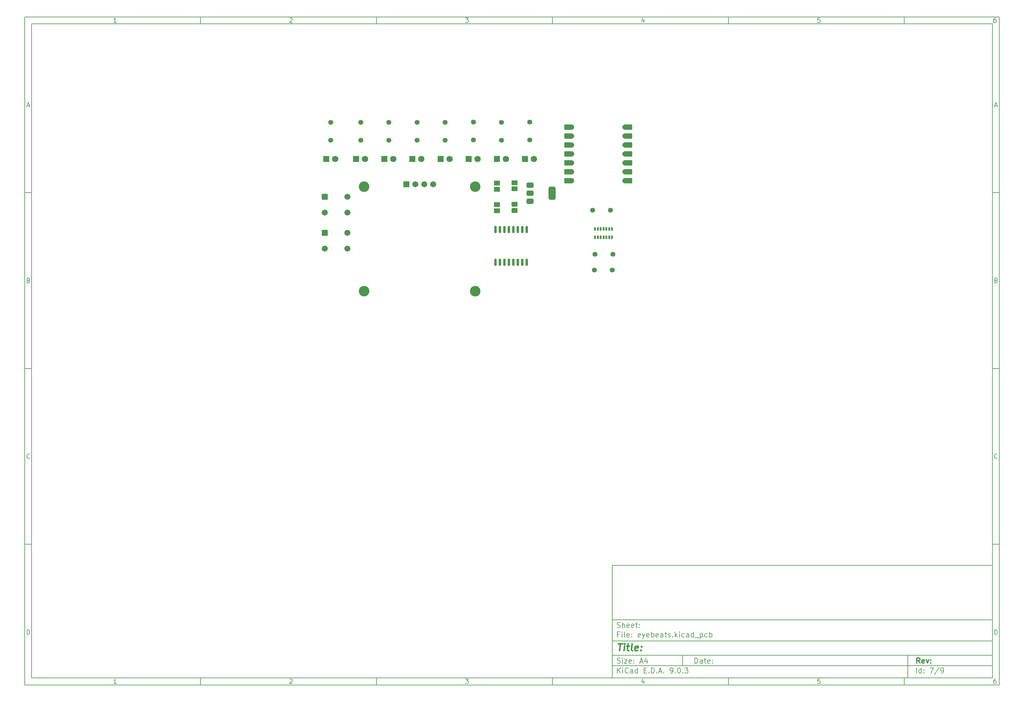
<source format=gts>
%TF.GenerationSoftware,KiCad,Pcbnew,9.0.3*%
%TF.CreationDate,2025-08-03T00:48:55+01:00*%
%TF.ProjectId,eyebeats,65796562-6561-4747-932e-6b696361645f,rev?*%
%TF.SameCoordinates,Original*%
%TF.FileFunction,Soldermask,Top*%
%TF.FilePolarity,Negative*%
%FSLAX46Y46*%
G04 Gerber Fmt 4.6, Leading zero omitted, Abs format (unit mm)*
G04 Created by KiCad (PCBNEW 9.0.3) date 2025-08-03 00:48:55*
%MOMM*%
%LPD*%
G01*
G04 APERTURE LIST*
G04 Aperture macros list*
%AMRoundRect*
0 Rectangle with rounded corners*
0 $1 Rounding radius*
0 $2 $3 $4 $5 $6 $7 $8 $9 X,Y pos of 4 corners*
0 Add a 4 corners polygon primitive as box body*
4,1,4,$2,$3,$4,$5,$6,$7,$8,$9,$2,$3,0*
0 Add four circle primitives for the rounded corners*
1,1,$1+$1,$2,$3*
1,1,$1+$1,$4,$5*
1,1,$1+$1,$6,$7*
1,1,$1+$1,$8,$9*
0 Add four rect primitives between the rounded corners*
20,1,$1+$1,$2,$3,$4,$5,0*
20,1,$1+$1,$4,$5,$6,$7,0*
20,1,$1+$1,$6,$7,$8,$9,0*
20,1,$1+$1,$8,$9,$2,$3,0*%
G04 Aperture macros list end*
%ADD10C,0.100000*%
%ADD11C,0.150000*%
%ADD12C,0.300000*%
%ADD13C,0.400000*%
%ADD14R,1.800000X1.800000*%
%ADD15C,1.800000*%
%ADD16C,1.400000*%
%ADD17RoundRect,0.152400X1.063600X0.609600X-1.063600X0.609600X-1.063600X-0.609600X1.063600X-0.609600X0*%
%ADD18C,1.524000*%
%ADD19RoundRect,0.152400X-1.063600X-0.609600X1.063600X-0.609600X1.063600X0.609600X-1.063600X0.609600X0*%
%ADD20C,3.000000*%
%ADD21RoundRect,0.102000X-0.754000X-0.754000X0.754000X-0.754000X0.754000X0.754000X-0.754000X0.754000X0*%
%ADD22C,1.712000*%
%ADD23RoundRect,0.102000X0.735000X-0.580000X0.735000X0.580000X-0.735000X0.580000X-0.735000X-0.580000X0*%
%ADD24RoundRect,0.102000X-0.749000X-0.749000X0.749000X-0.749000X0.749000X0.749000X-0.749000X0.749000X0*%
%ADD25C,1.702000*%
%ADD26RoundRect,0.102000X0.175000X-0.375000X0.175000X0.375000X-0.175000X0.375000X-0.175000X-0.375000X0*%
%ADD27RoundRect,0.150000X0.150000X-0.875000X0.150000X0.875000X-0.150000X0.875000X-0.150000X-0.875000X0*%
%ADD28RoundRect,0.375000X-0.625000X-0.375000X0.625000X-0.375000X0.625000X0.375000X-0.625000X0.375000X0*%
%ADD29RoundRect,0.500000X-0.500000X-1.400000X0.500000X-1.400000X0.500000X1.400000X-0.500000X1.400000X0*%
G04 APERTURE END LIST*
D10*
D11*
X177002200Y-166007200D02*
X285002200Y-166007200D01*
X285002200Y-198007200D01*
X177002200Y-198007200D01*
X177002200Y-166007200D01*
D10*
D11*
X10000000Y-10000000D02*
X287002200Y-10000000D01*
X287002200Y-200007200D01*
X10000000Y-200007200D01*
X10000000Y-10000000D01*
D10*
D11*
X12000000Y-12000000D02*
X285002200Y-12000000D01*
X285002200Y-198007200D01*
X12000000Y-198007200D01*
X12000000Y-12000000D01*
D10*
D11*
X60000000Y-12000000D02*
X60000000Y-10000000D01*
D10*
D11*
X110000000Y-12000000D02*
X110000000Y-10000000D01*
D10*
D11*
X160000000Y-12000000D02*
X160000000Y-10000000D01*
D10*
D11*
X210000000Y-12000000D02*
X210000000Y-10000000D01*
D10*
D11*
X260000000Y-12000000D02*
X260000000Y-10000000D01*
D10*
D11*
X36089160Y-11593604D02*
X35346303Y-11593604D01*
X35717731Y-11593604D02*
X35717731Y-10293604D01*
X35717731Y-10293604D02*
X35593922Y-10479319D01*
X35593922Y-10479319D02*
X35470112Y-10603128D01*
X35470112Y-10603128D02*
X35346303Y-10665033D01*
D10*
D11*
X85346303Y-10417414D02*
X85408207Y-10355509D01*
X85408207Y-10355509D02*
X85532017Y-10293604D01*
X85532017Y-10293604D02*
X85841541Y-10293604D01*
X85841541Y-10293604D02*
X85965350Y-10355509D01*
X85965350Y-10355509D02*
X86027255Y-10417414D01*
X86027255Y-10417414D02*
X86089160Y-10541223D01*
X86089160Y-10541223D02*
X86089160Y-10665033D01*
X86089160Y-10665033D02*
X86027255Y-10850747D01*
X86027255Y-10850747D02*
X85284398Y-11593604D01*
X85284398Y-11593604D02*
X86089160Y-11593604D01*
D10*
D11*
X135284398Y-10293604D02*
X136089160Y-10293604D01*
X136089160Y-10293604D02*
X135655826Y-10788842D01*
X135655826Y-10788842D02*
X135841541Y-10788842D01*
X135841541Y-10788842D02*
X135965350Y-10850747D01*
X135965350Y-10850747D02*
X136027255Y-10912652D01*
X136027255Y-10912652D02*
X136089160Y-11036461D01*
X136089160Y-11036461D02*
X136089160Y-11345985D01*
X136089160Y-11345985D02*
X136027255Y-11469795D01*
X136027255Y-11469795D02*
X135965350Y-11531700D01*
X135965350Y-11531700D02*
X135841541Y-11593604D01*
X135841541Y-11593604D02*
X135470112Y-11593604D01*
X135470112Y-11593604D02*
X135346303Y-11531700D01*
X135346303Y-11531700D02*
X135284398Y-11469795D01*
D10*
D11*
X185965350Y-10726938D02*
X185965350Y-11593604D01*
X185655826Y-10231700D02*
X185346303Y-11160271D01*
X185346303Y-11160271D02*
X186151064Y-11160271D01*
D10*
D11*
X236027255Y-10293604D02*
X235408207Y-10293604D01*
X235408207Y-10293604D02*
X235346303Y-10912652D01*
X235346303Y-10912652D02*
X235408207Y-10850747D01*
X235408207Y-10850747D02*
X235532017Y-10788842D01*
X235532017Y-10788842D02*
X235841541Y-10788842D01*
X235841541Y-10788842D02*
X235965350Y-10850747D01*
X235965350Y-10850747D02*
X236027255Y-10912652D01*
X236027255Y-10912652D02*
X236089160Y-11036461D01*
X236089160Y-11036461D02*
X236089160Y-11345985D01*
X236089160Y-11345985D02*
X236027255Y-11469795D01*
X236027255Y-11469795D02*
X235965350Y-11531700D01*
X235965350Y-11531700D02*
X235841541Y-11593604D01*
X235841541Y-11593604D02*
X235532017Y-11593604D01*
X235532017Y-11593604D02*
X235408207Y-11531700D01*
X235408207Y-11531700D02*
X235346303Y-11469795D01*
D10*
D11*
X285965350Y-10293604D02*
X285717731Y-10293604D01*
X285717731Y-10293604D02*
X285593922Y-10355509D01*
X285593922Y-10355509D02*
X285532017Y-10417414D01*
X285532017Y-10417414D02*
X285408207Y-10603128D01*
X285408207Y-10603128D02*
X285346303Y-10850747D01*
X285346303Y-10850747D02*
X285346303Y-11345985D01*
X285346303Y-11345985D02*
X285408207Y-11469795D01*
X285408207Y-11469795D02*
X285470112Y-11531700D01*
X285470112Y-11531700D02*
X285593922Y-11593604D01*
X285593922Y-11593604D02*
X285841541Y-11593604D01*
X285841541Y-11593604D02*
X285965350Y-11531700D01*
X285965350Y-11531700D02*
X286027255Y-11469795D01*
X286027255Y-11469795D02*
X286089160Y-11345985D01*
X286089160Y-11345985D02*
X286089160Y-11036461D01*
X286089160Y-11036461D02*
X286027255Y-10912652D01*
X286027255Y-10912652D02*
X285965350Y-10850747D01*
X285965350Y-10850747D02*
X285841541Y-10788842D01*
X285841541Y-10788842D02*
X285593922Y-10788842D01*
X285593922Y-10788842D02*
X285470112Y-10850747D01*
X285470112Y-10850747D02*
X285408207Y-10912652D01*
X285408207Y-10912652D02*
X285346303Y-11036461D01*
D10*
D11*
X60000000Y-198007200D02*
X60000000Y-200007200D01*
D10*
D11*
X110000000Y-198007200D02*
X110000000Y-200007200D01*
D10*
D11*
X160000000Y-198007200D02*
X160000000Y-200007200D01*
D10*
D11*
X210000000Y-198007200D02*
X210000000Y-200007200D01*
D10*
D11*
X260000000Y-198007200D02*
X260000000Y-200007200D01*
D10*
D11*
X36089160Y-199600804D02*
X35346303Y-199600804D01*
X35717731Y-199600804D02*
X35717731Y-198300804D01*
X35717731Y-198300804D02*
X35593922Y-198486519D01*
X35593922Y-198486519D02*
X35470112Y-198610328D01*
X35470112Y-198610328D02*
X35346303Y-198672233D01*
D10*
D11*
X85346303Y-198424614D02*
X85408207Y-198362709D01*
X85408207Y-198362709D02*
X85532017Y-198300804D01*
X85532017Y-198300804D02*
X85841541Y-198300804D01*
X85841541Y-198300804D02*
X85965350Y-198362709D01*
X85965350Y-198362709D02*
X86027255Y-198424614D01*
X86027255Y-198424614D02*
X86089160Y-198548423D01*
X86089160Y-198548423D02*
X86089160Y-198672233D01*
X86089160Y-198672233D02*
X86027255Y-198857947D01*
X86027255Y-198857947D02*
X85284398Y-199600804D01*
X85284398Y-199600804D02*
X86089160Y-199600804D01*
D10*
D11*
X135284398Y-198300804D02*
X136089160Y-198300804D01*
X136089160Y-198300804D02*
X135655826Y-198796042D01*
X135655826Y-198796042D02*
X135841541Y-198796042D01*
X135841541Y-198796042D02*
X135965350Y-198857947D01*
X135965350Y-198857947D02*
X136027255Y-198919852D01*
X136027255Y-198919852D02*
X136089160Y-199043661D01*
X136089160Y-199043661D02*
X136089160Y-199353185D01*
X136089160Y-199353185D02*
X136027255Y-199476995D01*
X136027255Y-199476995D02*
X135965350Y-199538900D01*
X135965350Y-199538900D02*
X135841541Y-199600804D01*
X135841541Y-199600804D02*
X135470112Y-199600804D01*
X135470112Y-199600804D02*
X135346303Y-199538900D01*
X135346303Y-199538900D02*
X135284398Y-199476995D01*
D10*
D11*
X185965350Y-198734138D02*
X185965350Y-199600804D01*
X185655826Y-198238900D02*
X185346303Y-199167471D01*
X185346303Y-199167471D02*
X186151064Y-199167471D01*
D10*
D11*
X236027255Y-198300804D02*
X235408207Y-198300804D01*
X235408207Y-198300804D02*
X235346303Y-198919852D01*
X235346303Y-198919852D02*
X235408207Y-198857947D01*
X235408207Y-198857947D02*
X235532017Y-198796042D01*
X235532017Y-198796042D02*
X235841541Y-198796042D01*
X235841541Y-198796042D02*
X235965350Y-198857947D01*
X235965350Y-198857947D02*
X236027255Y-198919852D01*
X236027255Y-198919852D02*
X236089160Y-199043661D01*
X236089160Y-199043661D02*
X236089160Y-199353185D01*
X236089160Y-199353185D02*
X236027255Y-199476995D01*
X236027255Y-199476995D02*
X235965350Y-199538900D01*
X235965350Y-199538900D02*
X235841541Y-199600804D01*
X235841541Y-199600804D02*
X235532017Y-199600804D01*
X235532017Y-199600804D02*
X235408207Y-199538900D01*
X235408207Y-199538900D02*
X235346303Y-199476995D01*
D10*
D11*
X285965350Y-198300804D02*
X285717731Y-198300804D01*
X285717731Y-198300804D02*
X285593922Y-198362709D01*
X285593922Y-198362709D02*
X285532017Y-198424614D01*
X285532017Y-198424614D02*
X285408207Y-198610328D01*
X285408207Y-198610328D02*
X285346303Y-198857947D01*
X285346303Y-198857947D02*
X285346303Y-199353185D01*
X285346303Y-199353185D02*
X285408207Y-199476995D01*
X285408207Y-199476995D02*
X285470112Y-199538900D01*
X285470112Y-199538900D02*
X285593922Y-199600804D01*
X285593922Y-199600804D02*
X285841541Y-199600804D01*
X285841541Y-199600804D02*
X285965350Y-199538900D01*
X285965350Y-199538900D02*
X286027255Y-199476995D01*
X286027255Y-199476995D02*
X286089160Y-199353185D01*
X286089160Y-199353185D02*
X286089160Y-199043661D01*
X286089160Y-199043661D02*
X286027255Y-198919852D01*
X286027255Y-198919852D02*
X285965350Y-198857947D01*
X285965350Y-198857947D02*
X285841541Y-198796042D01*
X285841541Y-198796042D02*
X285593922Y-198796042D01*
X285593922Y-198796042D02*
X285470112Y-198857947D01*
X285470112Y-198857947D02*
X285408207Y-198919852D01*
X285408207Y-198919852D02*
X285346303Y-199043661D01*
D10*
D11*
X10000000Y-60000000D02*
X12000000Y-60000000D01*
D10*
D11*
X10000000Y-110000000D02*
X12000000Y-110000000D01*
D10*
D11*
X10000000Y-160000000D02*
X12000000Y-160000000D01*
D10*
D11*
X10690476Y-35222176D02*
X11309523Y-35222176D01*
X10566666Y-35593604D02*
X10999999Y-34293604D01*
X10999999Y-34293604D02*
X11433333Y-35593604D01*
D10*
D11*
X11092857Y-84912652D02*
X11278571Y-84974557D01*
X11278571Y-84974557D02*
X11340476Y-85036461D01*
X11340476Y-85036461D02*
X11402380Y-85160271D01*
X11402380Y-85160271D02*
X11402380Y-85345985D01*
X11402380Y-85345985D02*
X11340476Y-85469795D01*
X11340476Y-85469795D02*
X11278571Y-85531700D01*
X11278571Y-85531700D02*
X11154761Y-85593604D01*
X11154761Y-85593604D02*
X10659523Y-85593604D01*
X10659523Y-85593604D02*
X10659523Y-84293604D01*
X10659523Y-84293604D02*
X11092857Y-84293604D01*
X11092857Y-84293604D02*
X11216666Y-84355509D01*
X11216666Y-84355509D02*
X11278571Y-84417414D01*
X11278571Y-84417414D02*
X11340476Y-84541223D01*
X11340476Y-84541223D02*
X11340476Y-84665033D01*
X11340476Y-84665033D02*
X11278571Y-84788842D01*
X11278571Y-84788842D02*
X11216666Y-84850747D01*
X11216666Y-84850747D02*
X11092857Y-84912652D01*
X11092857Y-84912652D02*
X10659523Y-84912652D01*
D10*
D11*
X11402380Y-135469795D02*
X11340476Y-135531700D01*
X11340476Y-135531700D02*
X11154761Y-135593604D01*
X11154761Y-135593604D02*
X11030952Y-135593604D01*
X11030952Y-135593604D02*
X10845238Y-135531700D01*
X10845238Y-135531700D02*
X10721428Y-135407890D01*
X10721428Y-135407890D02*
X10659523Y-135284080D01*
X10659523Y-135284080D02*
X10597619Y-135036461D01*
X10597619Y-135036461D02*
X10597619Y-134850747D01*
X10597619Y-134850747D02*
X10659523Y-134603128D01*
X10659523Y-134603128D02*
X10721428Y-134479319D01*
X10721428Y-134479319D02*
X10845238Y-134355509D01*
X10845238Y-134355509D02*
X11030952Y-134293604D01*
X11030952Y-134293604D02*
X11154761Y-134293604D01*
X11154761Y-134293604D02*
X11340476Y-134355509D01*
X11340476Y-134355509D02*
X11402380Y-134417414D01*
D10*
D11*
X10659523Y-185593604D02*
X10659523Y-184293604D01*
X10659523Y-184293604D02*
X10969047Y-184293604D01*
X10969047Y-184293604D02*
X11154761Y-184355509D01*
X11154761Y-184355509D02*
X11278571Y-184479319D01*
X11278571Y-184479319D02*
X11340476Y-184603128D01*
X11340476Y-184603128D02*
X11402380Y-184850747D01*
X11402380Y-184850747D02*
X11402380Y-185036461D01*
X11402380Y-185036461D02*
X11340476Y-185284080D01*
X11340476Y-185284080D02*
X11278571Y-185407890D01*
X11278571Y-185407890D02*
X11154761Y-185531700D01*
X11154761Y-185531700D02*
X10969047Y-185593604D01*
X10969047Y-185593604D02*
X10659523Y-185593604D01*
D10*
D11*
X287002200Y-60000000D02*
X285002200Y-60000000D01*
D10*
D11*
X287002200Y-110000000D02*
X285002200Y-110000000D01*
D10*
D11*
X287002200Y-160000000D02*
X285002200Y-160000000D01*
D10*
D11*
X285692676Y-35222176D02*
X286311723Y-35222176D01*
X285568866Y-35593604D02*
X286002199Y-34293604D01*
X286002199Y-34293604D02*
X286435533Y-35593604D01*
D10*
D11*
X286095057Y-84912652D02*
X286280771Y-84974557D01*
X286280771Y-84974557D02*
X286342676Y-85036461D01*
X286342676Y-85036461D02*
X286404580Y-85160271D01*
X286404580Y-85160271D02*
X286404580Y-85345985D01*
X286404580Y-85345985D02*
X286342676Y-85469795D01*
X286342676Y-85469795D02*
X286280771Y-85531700D01*
X286280771Y-85531700D02*
X286156961Y-85593604D01*
X286156961Y-85593604D02*
X285661723Y-85593604D01*
X285661723Y-85593604D02*
X285661723Y-84293604D01*
X285661723Y-84293604D02*
X286095057Y-84293604D01*
X286095057Y-84293604D02*
X286218866Y-84355509D01*
X286218866Y-84355509D02*
X286280771Y-84417414D01*
X286280771Y-84417414D02*
X286342676Y-84541223D01*
X286342676Y-84541223D02*
X286342676Y-84665033D01*
X286342676Y-84665033D02*
X286280771Y-84788842D01*
X286280771Y-84788842D02*
X286218866Y-84850747D01*
X286218866Y-84850747D02*
X286095057Y-84912652D01*
X286095057Y-84912652D02*
X285661723Y-84912652D01*
D10*
D11*
X286404580Y-135469795D02*
X286342676Y-135531700D01*
X286342676Y-135531700D02*
X286156961Y-135593604D01*
X286156961Y-135593604D02*
X286033152Y-135593604D01*
X286033152Y-135593604D02*
X285847438Y-135531700D01*
X285847438Y-135531700D02*
X285723628Y-135407890D01*
X285723628Y-135407890D02*
X285661723Y-135284080D01*
X285661723Y-135284080D02*
X285599819Y-135036461D01*
X285599819Y-135036461D02*
X285599819Y-134850747D01*
X285599819Y-134850747D02*
X285661723Y-134603128D01*
X285661723Y-134603128D02*
X285723628Y-134479319D01*
X285723628Y-134479319D02*
X285847438Y-134355509D01*
X285847438Y-134355509D02*
X286033152Y-134293604D01*
X286033152Y-134293604D02*
X286156961Y-134293604D01*
X286156961Y-134293604D02*
X286342676Y-134355509D01*
X286342676Y-134355509D02*
X286404580Y-134417414D01*
D10*
D11*
X285661723Y-185593604D02*
X285661723Y-184293604D01*
X285661723Y-184293604D02*
X285971247Y-184293604D01*
X285971247Y-184293604D02*
X286156961Y-184355509D01*
X286156961Y-184355509D02*
X286280771Y-184479319D01*
X286280771Y-184479319D02*
X286342676Y-184603128D01*
X286342676Y-184603128D02*
X286404580Y-184850747D01*
X286404580Y-184850747D02*
X286404580Y-185036461D01*
X286404580Y-185036461D02*
X286342676Y-185284080D01*
X286342676Y-185284080D02*
X286280771Y-185407890D01*
X286280771Y-185407890D02*
X286156961Y-185531700D01*
X286156961Y-185531700D02*
X285971247Y-185593604D01*
X285971247Y-185593604D02*
X285661723Y-185593604D01*
D10*
D11*
X200458026Y-193793328D02*
X200458026Y-192293328D01*
X200458026Y-192293328D02*
X200815169Y-192293328D01*
X200815169Y-192293328D02*
X201029455Y-192364757D01*
X201029455Y-192364757D02*
X201172312Y-192507614D01*
X201172312Y-192507614D02*
X201243741Y-192650471D01*
X201243741Y-192650471D02*
X201315169Y-192936185D01*
X201315169Y-192936185D02*
X201315169Y-193150471D01*
X201315169Y-193150471D02*
X201243741Y-193436185D01*
X201243741Y-193436185D02*
X201172312Y-193579042D01*
X201172312Y-193579042D02*
X201029455Y-193721900D01*
X201029455Y-193721900D02*
X200815169Y-193793328D01*
X200815169Y-193793328D02*
X200458026Y-193793328D01*
X202600884Y-193793328D02*
X202600884Y-193007614D01*
X202600884Y-193007614D02*
X202529455Y-192864757D01*
X202529455Y-192864757D02*
X202386598Y-192793328D01*
X202386598Y-192793328D02*
X202100884Y-192793328D01*
X202100884Y-192793328D02*
X201958026Y-192864757D01*
X202600884Y-193721900D02*
X202458026Y-193793328D01*
X202458026Y-193793328D02*
X202100884Y-193793328D01*
X202100884Y-193793328D02*
X201958026Y-193721900D01*
X201958026Y-193721900D02*
X201886598Y-193579042D01*
X201886598Y-193579042D02*
X201886598Y-193436185D01*
X201886598Y-193436185D02*
X201958026Y-193293328D01*
X201958026Y-193293328D02*
X202100884Y-193221900D01*
X202100884Y-193221900D02*
X202458026Y-193221900D01*
X202458026Y-193221900D02*
X202600884Y-193150471D01*
X203100884Y-192793328D02*
X203672312Y-192793328D01*
X203315169Y-192293328D02*
X203315169Y-193579042D01*
X203315169Y-193579042D02*
X203386598Y-193721900D01*
X203386598Y-193721900D02*
X203529455Y-193793328D01*
X203529455Y-193793328D02*
X203672312Y-193793328D01*
X204743741Y-193721900D02*
X204600884Y-193793328D01*
X204600884Y-193793328D02*
X204315170Y-193793328D01*
X204315170Y-193793328D02*
X204172312Y-193721900D01*
X204172312Y-193721900D02*
X204100884Y-193579042D01*
X204100884Y-193579042D02*
X204100884Y-193007614D01*
X204100884Y-193007614D02*
X204172312Y-192864757D01*
X204172312Y-192864757D02*
X204315170Y-192793328D01*
X204315170Y-192793328D02*
X204600884Y-192793328D01*
X204600884Y-192793328D02*
X204743741Y-192864757D01*
X204743741Y-192864757D02*
X204815170Y-193007614D01*
X204815170Y-193007614D02*
X204815170Y-193150471D01*
X204815170Y-193150471D02*
X204100884Y-193293328D01*
X205458026Y-193650471D02*
X205529455Y-193721900D01*
X205529455Y-193721900D02*
X205458026Y-193793328D01*
X205458026Y-193793328D02*
X205386598Y-193721900D01*
X205386598Y-193721900D02*
X205458026Y-193650471D01*
X205458026Y-193650471D02*
X205458026Y-193793328D01*
X205458026Y-192864757D02*
X205529455Y-192936185D01*
X205529455Y-192936185D02*
X205458026Y-193007614D01*
X205458026Y-193007614D02*
X205386598Y-192936185D01*
X205386598Y-192936185D02*
X205458026Y-192864757D01*
X205458026Y-192864757D02*
X205458026Y-193007614D01*
D10*
D11*
X177002200Y-194507200D02*
X285002200Y-194507200D01*
D10*
D11*
X178458026Y-196593328D02*
X178458026Y-195093328D01*
X179315169Y-196593328D02*
X178672312Y-195736185D01*
X179315169Y-195093328D02*
X178458026Y-195950471D01*
X179958026Y-196593328D02*
X179958026Y-195593328D01*
X179958026Y-195093328D02*
X179886598Y-195164757D01*
X179886598Y-195164757D02*
X179958026Y-195236185D01*
X179958026Y-195236185D02*
X180029455Y-195164757D01*
X180029455Y-195164757D02*
X179958026Y-195093328D01*
X179958026Y-195093328D02*
X179958026Y-195236185D01*
X181529455Y-196450471D02*
X181458027Y-196521900D01*
X181458027Y-196521900D02*
X181243741Y-196593328D01*
X181243741Y-196593328D02*
X181100884Y-196593328D01*
X181100884Y-196593328D02*
X180886598Y-196521900D01*
X180886598Y-196521900D02*
X180743741Y-196379042D01*
X180743741Y-196379042D02*
X180672312Y-196236185D01*
X180672312Y-196236185D02*
X180600884Y-195950471D01*
X180600884Y-195950471D02*
X180600884Y-195736185D01*
X180600884Y-195736185D02*
X180672312Y-195450471D01*
X180672312Y-195450471D02*
X180743741Y-195307614D01*
X180743741Y-195307614D02*
X180886598Y-195164757D01*
X180886598Y-195164757D02*
X181100884Y-195093328D01*
X181100884Y-195093328D02*
X181243741Y-195093328D01*
X181243741Y-195093328D02*
X181458027Y-195164757D01*
X181458027Y-195164757D02*
X181529455Y-195236185D01*
X182815170Y-196593328D02*
X182815170Y-195807614D01*
X182815170Y-195807614D02*
X182743741Y-195664757D01*
X182743741Y-195664757D02*
X182600884Y-195593328D01*
X182600884Y-195593328D02*
X182315170Y-195593328D01*
X182315170Y-195593328D02*
X182172312Y-195664757D01*
X182815170Y-196521900D02*
X182672312Y-196593328D01*
X182672312Y-196593328D02*
X182315170Y-196593328D01*
X182315170Y-196593328D02*
X182172312Y-196521900D01*
X182172312Y-196521900D02*
X182100884Y-196379042D01*
X182100884Y-196379042D02*
X182100884Y-196236185D01*
X182100884Y-196236185D02*
X182172312Y-196093328D01*
X182172312Y-196093328D02*
X182315170Y-196021900D01*
X182315170Y-196021900D02*
X182672312Y-196021900D01*
X182672312Y-196021900D02*
X182815170Y-195950471D01*
X184172313Y-196593328D02*
X184172313Y-195093328D01*
X184172313Y-196521900D02*
X184029455Y-196593328D01*
X184029455Y-196593328D02*
X183743741Y-196593328D01*
X183743741Y-196593328D02*
X183600884Y-196521900D01*
X183600884Y-196521900D02*
X183529455Y-196450471D01*
X183529455Y-196450471D02*
X183458027Y-196307614D01*
X183458027Y-196307614D02*
X183458027Y-195879042D01*
X183458027Y-195879042D02*
X183529455Y-195736185D01*
X183529455Y-195736185D02*
X183600884Y-195664757D01*
X183600884Y-195664757D02*
X183743741Y-195593328D01*
X183743741Y-195593328D02*
X184029455Y-195593328D01*
X184029455Y-195593328D02*
X184172313Y-195664757D01*
X186029455Y-195807614D02*
X186529455Y-195807614D01*
X186743741Y-196593328D02*
X186029455Y-196593328D01*
X186029455Y-196593328D02*
X186029455Y-195093328D01*
X186029455Y-195093328D02*
X186743741Y-195093328D01*
X187386598Y-196450471D02*
X187458027Y-196521900D01*
X187458027Y-196521900D02*
X187386598Y-196593328D01*
X187386598Y-196593328D02*
X187315170Y-196521900D01*
X187315170Y-196521900D02*
X187386598Y-196450471D01*
X187386598Y-196450471D02*
X187386598Y-196593328D01*
X188100884Y-196593328D02*
X188100884Y-195093328D01*
X188100884Y-195093328D02*
X188458027Y-195093328D01*
X188458027Y-195093328D02*
X188672313Y-195164757D01*
X188672313Y-195164757D02*
X188815170Y-195307614D01*
X188815170Y-195307614D02*
X188886599Y-195450471D01*
X188886599Y-195450471D02*
X188958027Y-195736185D01*
X188958027Y-195736185D02*
X188958027Y-195950471D01*
X188958027Y-195950471D02*
X188886599Y-196236185D01*
X188886599Y-196236185D02*
X188815170Y-196379042D01*
X188815170Y-196379042D02*
X188672313Y-196521900D01*
X188672313Y-196521900D02*
X188458027Y-196593328D01*
X188458027Y-196593328D02*
X188100884Y-196593328D01*
X189600884Y-196450471D02*
X189672313Y-196521900D01*
X189672313Y-196521900D02*
X189600884Y-196593328D01*
X189600884Y-196593328D02*
X189529456Y-196521900D01*
X189529456Y-196521900D02*
X189600884Y-196450471D01*
X189600884Y-196450471D02*
X189600884Y-196593328D01*
X190243742Y-196164757D02*
X190958028Y-196164757D01*
X190100885Y-196593328D02*
X190600885Y-195093328D01*
X190600885Y-195093328D02*
X191100885Y-196593328D01*
X191600884Y-196450471D02*
X191672313Y-196521900D01*
X191672313Y-196521900D02*
X191600884Y-196593328D01*
X191600884Y-196593328D02*
X191529456Y-196521900D01*
X191529456Y-196521900D02*
X191600884Y-196450471D01*
X191600884Y-196450471D02*
X191600884Y-196593328D01*
X193529456Y-196593328D02*
X193815170Y-196593328D01*
X193815170Y-196593328D02*
X193958027Y-196521900D01*
X193958027Y-196521900D02*
X194029456Y-196450471D01*
X194029456Y-196450471D02*
X194172313Y-196236185D01*
X194172313Y-196236185D02*
X194243742Y-195950471D01*
X194243742Y-195950471D02*
X194243742Y-195379042D01*
X194243742Y-195379042D02*
X194172313Y-195236185D01*
X194172313Y-195236185D02*
X194100885Y-195164757D01*
X194100885Y-195164757D02*
X193958027Y-195093328D01*
X193958027Y-195093328D02*
X193672313Y-195093328D01*
X193672313Y-195093328D02*
X193529456Y-195164757D01*
X193529456Y-195164757D02*
X193458027Y-195236185D01*
X193458027Y-195236185D02*
X193386599Y-195379042D01*
X193386599Y-195379042D02*
X193386599Y-195736185D01*
X193386599Y-195736185D02*
X193458027Y-195879042D01*
X193458027Y-195879042D02*
X193529456Y-195950471D01*
X193529456Y-195950471D02*
X193672313Y-196021900D01*
X193672313Y-196021900D02*
X193958027Y-196021900D01*
X193958027Y-196021900D02*
X194100885Y-195950471D01*
X194100885Y-195950471D02*
X194172313Y-195879042D01*
X194172313Y-195879042D02*
X194243742Y-195736185D01*
X194886598Y-196450471D02*
X194958027Y-196521900D01*
X194958027Y-196521900D02*
X194886598Y-196593328D01*
X194886598Y-196593328D02*
X194815170Y-196521900D01*
X194815170Y-196521900D02*
X194886598Y-196450471D01*
X194886598Y-196450471D02*
X194886598Y-196593328D01*
X195886599Y-195093328D02*
X196029456Y-195093328D01*
X196029456Y-195093328D02*
X196172313Y-195164757D01*
X196172313Y-195164757D02*
X196243742Y-195236185D01*
X196243742Y-195236185D02*
X196315170Y-195379042D01*
X196315170Y-195379042D02*
X196386599Y-195664757D01*
X196386599Y-195664757D02*
X196386599Y-196021900D01*
X196386599Y-196021900D02*
X196315170Y-196307614D01*
X196315170Y-196307614D02*
X196243742Y-196450471D01*
X196243742Y-196450471D02*
X196172313Y-196521900D01*
X196172313Y-196521900D02*
X196029456Y-196593328D01*
X196029456Y-196593328D02*
X195886599Y-196593328D01*
X195886599Y-196593328D02*
X195743742Y-196521900D01*
X195743742Y-196521900D02*
X195672313Y-196450471D01*
X195672313Y-196450471D02*
X195600884Y-196307614D01*
X195600884Y-196307614D02*
X195529456Y-196021900D01*
X195529456Y-196021900D02*
X195529456Y-195664757D01*
X195529456Y-195664757D02*
X195600884Y-195379042D01*
X195600884Y-195379042D02*
X195672313Y-195236185D01*
X195672313Y-195236185D02*
X195743742Y-195164757D01*
X195743742Y-195164757D02*
X195886599Y-195093328D01*
X197029455Y-196450471D02*
X197100884Y-196521900D01*
X197100884Y-196521900D02*
X197029455Y-196593328D01*
X197029455Y-196593328D02*
X196958027Y-196521900D01*
X196958027Y-196521900D02*
X197029455Y-196450471D01*
X197029455Y-196450471D02*
X197029455Y-196593328D01*
X197600884Y-195093328D02*
X198529456Y-195093328D01*
X198529456Y-195093328D02*
X198029456Y-195664757D01*
X198029456Y-195664757D02*
X198243741Y-195664757D01*
X198243741Y-195664757D02*
X198386599Y-195736185D01*
X198386599Y-195736185D02*
X198458027Y-195807614D01*
X198458027Y-195807614D02*
X198529456Y-195950471D01*
X198529456Y-195950471D02*
X198529456Y-196307614D01*
X198529456Y-196307614D02*
X198458027Y-196450471D01*
X198458027Y-196450471D02*
X198386599Y-196521900D01*
X198386599Y-196521900D02*
X198243741Y-196593328D01*
X198243741Y-196593328D02*
X197815170Y-196593328D01*
X197815170Y-196593328D02*
X197672313Y-196521900D01*
X197672313Y-196521900D02*
X197600884Y-196450471D01*
D10*
D11*
X177002200Y-191507200D02*
X285002200Y-191507200D01*
D10*
D12*
X264413853Y-193785528D02*
X263913853Y-193071242D01*
X263556710Y-193785528D02*
X263556710Y-192285528D01*
X263556710Y-192285528D02*
X264128139Y-192285528D01*
X264128139Y-192285528D02*
X264270996Y-192356957D01*
X264270996Y-192356957D02*
X264342425Y-192428385D01*
X264342425Y-192428385D02*
X264413853Y-192571242D01*
X264413853Y-192571242D02*
X264413853Y-192785528D01*
X264413853Y-192785528D02*
X264342425Y-192928385D01*
X264342425Y-192928385D02*
X264270996Y-192999814D01*
X264270996Y-192999814D02*
X264128139Y-193071242D01*
X264128139Y-193071242D02*
X263556710Y-193071242D01*
X265628139Y-193714100D02*
X265485282Y-193785528D01*
X265485282Y-193785528D02*
X265199568Y-193785528D01*
X265199568Y-193785528D02*
X265056710Y-193714100D01*
X265056710Y-193714100D02*
X264985282Y-193571242D01*
X264985282Y-193571242D02*
X264985282Y-192999814D01*
X264985282Y-192999814D02*
X265056710Y-192856957D01*
X265056710Y-192856957D02*
X265199568Y-192785528D01*
X265199568Y-192785528D02*
X265485282Y-192785528D01*
X265485282Y-192785528D02*
X265628139Y-192856957D01*
X265628139Y-192856957D02*
X265699568Y-192999814D01*
X265699568Y-192999814D02*
X265699568Y-193142671D01*
X265699568Y-193142671D02*
X264985282Y-193285528D01*
X266199567Y-192785528D02*
X266556710Y-193785528D01*
X266556710Y-193785528D02*
X266913853Y-192785528D01*
X267485281Y-193642671D02*
X267556710Y-193714100D01*
X267556710Y-193714100D02*
X267485281Y-193785528D01*
X267485281Y-193785528D02*
X267413853Y-193714100D01*
X267413853Y-193714100D02*
X267485281Y-193642671D01*
X267485281Y-193642671D02*
X267485281Y-193785528D01*
X267485281Y-192856957D02*
X267556710Y-192928385D01*
X267556710Y-192928385D02*
X267485281Y-192999814D01*
X267485281Y-192999814D02*
X267413853Y-192928385D01*
X267413853Y-192928385D02*
X267485281Y-192856957D01*
X267485281Y-192856957D02*
X267485281Y-192999814D01*
D10*
D11*
X178386598Y-193721900D02*
X178600884Y-193793328D01*
X178600884Y-193793328D02*
X178958026Y-193793328D01*
X178958026Y-193793328D02*
X179100884Y-193721900D01*
X179100884Y-193721900D02*
X179172312Y-193650471D01*
X179172312Y-193650471D02*
X179243741Y-193507614D01*
X179243741Y-193507614D02*
X179243741Y-193364757D01*
X179243741Y-193364757D02*
X179172312Y-193221900D01*
X179172312Y-193221900D02*
X179100884Y-193150471D01*
X179100884Y-193150471D02*
X178958026Y-193079042D01*
X178958026Y-193079042D02*
X178672312Y-193007614D01*
X178672312Y-193007614D02*
X178529455Y-192936185D01*
X178529455Y-192936185D02*
X178458026Y-192864757D01*
X178458026Y-192864757D02*
X178386598Y-192721900D01*
X178386598Y-192721900D02*
X178386598Y-192579042D01*
X178386598Y-192579042D02*
X178458026Y-192436185D01*
X178458026Y-192436185D02*
X178529455Y-192364757D01*
X178529455Y-192364757D02*
X178672312Y-192293328D01*
X178672312Y-192293328D02*
X179029455Y-192293328D01*
X179029455Y-192293328D02*
X179243741Y-192364757D01*
X179886597Y-193793328D02*
X179886597Y-192793328D01*
X179886597Y-192293328D02*
X179815169Y-192364757D01*
X179815169Y-192364757D02*
X179886597Y-192436185D01*
X179886597Y-192436185D02*
X179958026Y-192364757D01*
X179958026Y-192364757D02*
X179886597Y-192293328D01*
X179886597Y-192293328D02*
X179886597Y-192436185D01*
X180458026Y-192793328D02*
X181243741Y-192793328D01*
X181243741Y-192793328D02*
X180458026Y-193793328D01*
X180458026Y-193793328D02*
X181243741Y-193793328D01*
X182386598Y-193721900D02*
X182243741Y-193793328D01*
X182243741Y-193793328D02*
X181958027Y-193793328D01*
X181958027Y-193793328D02*
X181815169Y-193721900D01*
X181815169Y-193721900D02*
X181743741Y-193579042D01*
X181743741Y-193579042D02*
X181743741Y-193007614D01*
X181743741Y-193007614D02*
X181815169Y-192864757D01*
X181815169Y-192864757D02*
X181958027Y-192793328D01*
X181958027Y-192793328D02*
X182243741Y-192793328D01*
X182243741Y-192793328D02*
X182386598Y-192864757D01*
X182386598Y-192864757D02*
X182458027Y-193007614D01*
X182458027Y-193007614D02*
X182458027Y-193150471D01*
X182458027Y-193150471D02*
X181743741Y-193293328D01*
X183100883Y-193650471D02*
X183172312Y-193721900D01*
X183172312Y-193721900D02*
X183100883Y-193793328D01*
X183100883Y-193793328D02*
X183029455Y-193721900D01*
X183029455Y-193721900D02*
X183100883Y-193650471D01*
X183100883Y-193650471D02*
X183100883Y-193793328D01*
X183100883Y-192864757D02*
X183172312Y-192936185D01*
X183172312Y-192936185D02*
X183100883Y-193007614D01*
X183100883Y-193007614D02*
X183029455Y-192936185D01*
X183029455Y-192936185D02*
X183100883Y-192864757D01*
X183100883Y-192864757D02*
X183100883Y-193007614D01*
X184886598Y-193364757D02*
X185600884Y-193364757D01*
X184743741Y-193793328D02*
X185243741Y-192293328D01*
X185243741Y-192293328D02*
X185743741Y-193793328D01*
X186886598Y-192793328D02*
X186886598Y-193793328D01*
X186529455Y-192221900D02*
X186172312Y-193293328D01*
X186172312Y-193293328D02*
X187100883Y-193293328D01*
D10*
D11*
X263458026Y-196593328D02*
X263458026Y-195093328D01*
X264815170Y-196593328D02*
X264815170Y-195093328D01*
X264815170Y-196521900D02*
X264672312Y-196593328D01*
X264672312Y-196593328D02*
X264386598Y-196593328D01*
X264386598Y-196593328D02*
X264243741Y-196521900D01*
X264243741Y-196521900D02*
X264172312Y-196450471D01*
X264172312Y-196450471D02*
X264100884Y-196307614D01*
X264100884Y-196307614D02*
X264100884Y-195879042D01*
X264100884Y-195879042D02*
X264172312Y-195736185D01*
X264172312Y-195736185D02*
X264243741Y-195664757D01*
X264243741Y-195664757D02*
X264386598Y-195593328D01*
X264386598Y-195593328D02*
X264672312Y-195593328D01*
X264672312Y-195593328D02*
X264815170Y-195664757D01*
X265529455Y-196450471D02*
X265600884Y-196521900D01*
X265600884Y-196521900D02*
X265529455Y-196593328D01*
X265529455Y-196593328D02*
X265458027Y-196521900D01*
X265458027Y-196521900D02*
X265529455Y-196450471D01*
X265529455Y-196450471D02*
X265529455Y-196593328D01*
X265529455Y-195664757D02*
X265600884Y-195736185D01*
X265600884Y-195736185D02*
X265529455Y-195807614D01*
X265529455Y-195807614D02*
X265458027Y-195736185D01*
X265458027Y-195736185D02*
X265529455Y-195664757D01*
X265529455Y-195664757D02*
X265529455Y-195807614D01*
X267243741Y-195093328D02*
X268243741Y-195093328D01*
X268243741Y-195093328D02*
X267600884Y-196593328D01*
X269886598Y-195021900D02*
X268600884Y-196950471D01*
X270458027Y-196593328D02*
X270743741Y-196593328D01*
X270743741Y-196593328D02*
X270886598Y-196521900D01*
X270886598Y-196521900D02*
X270958027Y-196450471D01*
X270958027Y-196450471D02*
X271100884Y-196236185D01*
X271100884Y-196236185D02*
X271172313Y-195950471D01*
X271172313Y-195950471D02*
X271172313Y-195379042D01*
X271172313Y-195379042D02*
X271100884Y-195236185D01*
X271100884Y-195236185D02*
X271029456Y-195164757D01*
X271029456Y-195164757D02*
X270886598Y-195093328D01*
X270886598Y-195093328D02*
X270600884Y-195093328D01*
X270600884Y-195093328D02*
X270458027Y-195164757D01*
X270458027Y-195164757D02*
X270386598Y-195236185D01*
X270386598Y-195236185D02*
X270315170Y-195379042D01*
X270315170Y-195379042D02*
X270315170Y-195736185D01*
X270315170Y-195736185D02*
X270386598Y-195879042D01*
X270386598Y-195879042D02*
X270458027Y-195950471D01*
X270458027Y-195950471D02*
X270600884Y-196021900D01*
X270600884Y-196021900D02*
X270886598Y-196021900D01*
X270886598Y-196021900D02*
X271029456Y-195950471D01*
X271029456Y-195950471D02*
X271100884Y-195879042D01*
X271100884Y-195879042D02*
X271172313Y-195736185D01*
D10*
D11*
X177002200Y-187507200D02*
X285002200Y-187507200D01*
D10*
D13*
X178693928Y-188211638D02*
X179836785Y-188211638D01*
X179015357Y-190211638D02*
X179265357Y-188211638D01*
X180253452Y-190211638D02*
X180420119Y-188878304D01*
X180503452Y-188211638D02*
X180396309Y-188306876D01*
X180396309Y-188306876D02*
X180479643Y-188402114D01*
X180479643Y-188402114D02*
X180586786Y-188306876D01*
X180586786Y-188306876D02*
X180503452Y-188211638D01*
X180503452Y-188211638D02*
X180479643Y-188402114D01*
X181086786Y-188878304D02*
X181848690Y-188878304D01*
X181455833Y-188211638D02*
X181241548Y-189925923D01*
X181241548Y-189925923D02*
X181312976Y-190116400D01*
X181312976Y-190116400D02*
X181491548Y-190211638D01*
X181491548Y-190211638D02*
X181682024Y-190211638D01*
X182634405Y-190211638D02*
X182455833Y-190116400D01*
X182455833Y-190116400D02*
X182384405Y-189925923D01*
X182384405Y-189925923D02*
X182598690Y-188211638D01*
X184170119Y-190116400D02*
X183967738Y-190211638D01*
X183967738Y-190211638D02*
X183586785Y-190211638D01*
X183586785Y-190211638D02*
X183408214Y-190116400D01*
X183408214Y-190116400D02*
X183336785Y-189925923D01*
X183336785Y-189925923D02*
X183432024Y-189164019D01*
X183432024Y-189164019D02*
X183551071Y-188973542D01*
X183551071Y-188973542D02*
X183753452Y-188878304D01*
X183753452Y-188878304D02*
X184134404Y-188878304D01*
X184134404Y-188878304D02*
X184312976Y-188973542D01*
X184312976Y-188973542D02*
X184384404Y-189164019D01*
X184384404Y-189164019D02*
X184360595Y-189354495D01*
X184360595Y-189354495D02*
X183384404Y-189544971D01*
X185134405Y-190021161D02*
X185217738Y-190116400D01*
X185217738Y-190116400D02*
X185110595Y-190211638D01*
X185110595Y-190211638D02*
X185027262Y-190116400D01*
X185027262Y-190116400D02*
X185134405Y-190021161D01*
X185134405Y-190021161D02*
X185110595Y-190211638D01*
X185265357Y-188973542D02*
X185348690Y-189068780D01*
X185348690Y-189068780D02*
X185241548Y-189164019D01*
X185241548Y-189164019D02*
X185158214Y-189068780D01*
X185158214Y-189068780D02*
X185265357Y-188973542D01*
X185265357Y-188973542D02*
X185241548Y-189164019D01*
D10*
D11*
X178958026Y-185607614D02*
X178458026Y-185607614D01*
X178458026Y-186393328D02*
X178458026Y-184893328D01*
X178458026Y-184893328D02*
X179172312Y-184893328D01*
X179743740Y-186393328D02*
X179743740Y-185393328D01*
X179743740Y-184893328D02*
X179672312Y-184964757D01*
X179672312Y-184964757D02*
X179743740Y-185036185D01*
X179743740Y-185036185D02*
X179815169Y-184964757D01*
X179815169Y-184964757D02*
X179743740Y-184893328D01*
X179743740Y-184893328D02*
X179743740Y-185036185D01*
X180672312Y-186393328D02*
X180529455Y-186321900D01*
X180529455Y-186321900D02*
X180458026Y-186179042D01*
X180458026Y-186179042D02*
X180458026Y-184893328D01*
X181815169Y-186321900D02*
X181672312Y-186393328D01*
X181672312Y-186393328D02*
X181386598Y-186393328D01*
X181386598Y-186393328D02*
X181243740Y-186321900D01*
X181243740Y-186321900D02*
X181172312Y-186179042D01*
X181172312Y-186179042D02*
X181172312Y-185607614D01*
X181172312Y-185607614D02*
X181243740Y-185464757D01*
X181243740Y-185464757D02*
X181386598Y-185393328D01*
X181386598Y-185393328D02*
X181672312Y-185393328D01*
X181672312Y-185393328D02*
X181815169Y-185464757D01*
X181815169Y-185464757D02*
X181886598Y-185607614D01*
X181886598Y-185607614D02*
X181886598Y-185750471D01*
X181886598Y-185750471D02*
X181172312Y-185893328D01*
X182529454Y-186250471D02*
X182600883Y-186321900D01*
X182600883Y-186321900D02*
X182529454Y-186393328D01*
X182529454Y-186393328D02*
X182458026Y-186321900D01*
X182458026Y-186321900D02*
X182529454Y-186250471D01*
X182529454Y-186250471D02*
X182529454Y-186393328D01*
X182529454Y-185464757D02*
X182600883Y-185536185D01*
X182600883Y-185536185D02*
X182529454Y-185607614D01*
X182529454Y-185607614D02*
X182458026Y-185536185D01*
X182458026Y-185536185D02*
X182529454Y-185464757D01*
X182529454Y-185464757D02*
X182529454Y-185607614D01*
X184958026Y-186321900D02*
X184815169Y-186393328D01*
X184815169Y-186393328D02*
X184529455Y-186393328D01*
X184529455Y-186393328D02*
X184386597Y-186321900D01*
X184386597Y-186321900D02*
X184315169Y-186179042D01*
X184315169Y-186179042D02*
X184315169Y-185607614D01*
X184315169Y-185607614D02*
X184386597Y-185464757D01*
X184386597Y-185464757D02*
X184529455Y-185393328D01*
X184529455Y-185393328D02*
X184815169Y-185393328D01*
X184815169Y-185393328D02*
X184958026Y-185464757D01*
X184958026Y-185464757D02*
X185029455Y-185607614D01*
X185029455Y-185607614D02*
X185029455Y-185750471D01*
X185029455Y-185750471D02*
X184315169Y-185893328D01*
X185529454Y-185393328D02*
X185886597Y-186393328D01*
X186243740Y-185393328D02*
X185886597Y-186393328D01*
X185886597Y-186393328D02*
X185743740Y-186750471D01*
X185743740Y-186750471D02*
X185672311Y-186821900D01*
X185672311Y-186821900D02*
X185529454Y-186893328D01*
X187386597Y-186321900D02*
X187243740Y-186393328D01*
X187243740Y-186393328D02*
X186958026Y-186393328D01*
X186958026Y-186393328D02*
X186815168Y-186321900D01*
X186815168Y-186321900D02*
X186743740Y-186179042D01*
X186743740Y-186179042D02*
X186743740Y-185607614D01*
X186743740Y-185607614D02*
X186815168Y-185464757D01*
X186815168Y-185464757D02*
X186958026Y-185393328D01*
X186958026Y-185393328D02*
X187243740Y-185393328D01*
X187243740Y-185393328D02*
X187386597Y-185464757D01*
X187386597Y-185464757D02*
X187458026Y-185607614D01*
X187458026Y-185607614D02*
X187458026Y-185750471D01*
X187458026Y-185750471D02*
X186743740Y-185893328D01*
X188100882Y-186393328D02*
X188100882Y-184893328D01*
X188100882Y-185464757D02*
X188243740Y-185393328D01*
X188243740Y-185393328D02*
X188529454Y-185393328D01*
X188529454Y-185393328D02*
X188672311Y-185464757D01*
X188672311Y-185464757D02*
X188743740Y-185536185D01*
X188743740Y-185536185D02*
X188815168Y-185679042D01*
X188815168Y-185679042D02*
X188815168Y-186107614D01*
X188815168Y-186107614D02*
X188743740Y-186250471D01*
X188743740Y-186250471D02*
X188672311Y-186321900D01*
X188672311Y-186321900D02*
X188529454Y-186393328D01*
X188529454Y-186393328D02*
X188243740Y-186393328D01*
X188243740Y-186393328D02*
X188100882Y-186321900D01*
X190029454Y-186321900D02*
X189886597Y-186393328D01*
X189886597Y-186393328D02*
X189600883Y-186393328D01*
X189600883Y-186393328D02*
X189458025Y-186321900D01*
X189458025Y-186321900D02*
X189386597Y-186179042D01*
X189386597Y-186179042D02*
X189386597Y-185607614D01*
X189386597Y-185607614D02*
X189458025Y-185464757D01*
X189458025Y-185464757D02*
X189600883Y-185393328D01*
X189600883Y-185393328D02*
X189886597Y-185393328D01*
X189886597Y-185393328D02*
X190029454Y-185464757D01*
X190029454Y-185464757D02*
X190100883Y-185607614D01*
X190100883Y-185607614D02*
X190100883Y-185750471D01*
X190100883Y-185750471D02*
X189386597Y-185893328D01*
X191386597Y-186393328D02*
X191386597Y-185607614D01*
X191386597Y-185607614D02*
X191315168Y-185464757D01*
X191315168Y-185464757D02*
X191172311Y-185393328D01*
X191172311Y-185393328D02*
X190886597Y-185393328D01*
X190886597Y-185393328D02*
X190743739Y-185464757D01*
X191386597Y-186321900D02*
X191243739Y-186393328D01*
X191243739Y-186393328D02*
X190886597Y-186393328D01*
X190886597Y-186393328D02*
X190743739Y-186321900D01*
X190743739Y-186321900D02*
X190672311Y-186179042D01*
X190672311Y-186179042D02*
X190672311Y-186036185D01*
X190672311Y-186036185D02*
X190743739Y-185893328D01*
X190743739Y-185893328D02*
X190886597Y-185821900D01*
X190886597Y-185821900D02*
X191243739Y-185821900D01*
X191243739Y-185821900D02*
X191386597Y-185750471D01*
X191886597Y-185393328D02*
X192458025Y-185393328D01*
X192100882Y-184893328D02*
X192100882Y-186179042D01*
X192100882Y-186179042D02*
X192172311Y-186321900D01*
X192172311Y-186321900D02*
X192315168Y-186393328D01*
X192315168Y-186393328D02*
X192458025Y-186393328D01*
X192886597Y-186321900D02*
X193029454Y-186393328D01*
X193029454Y-186393328D02*
X193315168Y-186393328D01*
X193315168Y-186393328D02*
X193458025Y-186321900D01*
X193458025Y-186321900D02*
X193529454Y-186179042D01*
X193529454Y-186179042D02*
X193529454Y-186107614D01*
X193529454Y-186107614D02*
X193458025Y-185964757D01*
X193458025Y-185964757D02*
X193315168Y-185893328D01*
X193315168Y-185893328D02*
X193100883Y-185893328D01*
X193100883Y-185893328D02*
X192958025Y-185821900D01*
X192958025Y-185821900D02*
X192886597Y-185679042D01*
X192886597Y-185679042D02*
X192886597Y-185607614D01*
X192886597Y-185607614D02*
X192958025Y-185464757D01*
X192958025Y-185464757D02*
X193100883Y-185393328D01*
X193100883Y-185393328D02*
X193315168Y-185393328D01*
X193315168Y-185393328D02*
X193458025Y-185464757D01*
X194172311Y-186250471D02*
X194243740Y-186321900D01*
X194243740Y-186321900D02*
X194172311Y-186393328D01*
X194172311Y-186393328D02*
X194100883Y-186321900D01*
X194100883Y-186321900D02*
X194172311Y-186250471D01*
X194172311Y-186250471D02*
X194172311Y-186393328D01*
X194886597Y-186393328D02*
X194886597Y-184893328D01*
X195029455Y-185821900D02*
X195458026Y-186393328D01*
X195458026Y-185393328D02*
X194886597Y-185964757D01*
X196100883Y-186393328D02*
X196100883Y-185393328D01*
X196100883Y-184893328D02*
X196029455Y-184964757D01*
X196029455Y-184964757D02*
X196100883Y-185036185D01*
X196100883Y-185036185D02*
X196172312Y-184964757D01*
X196172312Y-184964757D02*
X196100883Y-184893328D01*
X196100883Y-184893328D02*
X196100883Y-185036185D01*
X197458027Y-186321900D02*
X197315169Y-186393328D01*
X197315169Y-186393328D02*
X197029455Y-186393328D01*
X197029455Y-186393328D02*
X196886598Y-186321900D01*
X196886598Y-186321900D02*
X196815169Y-186250471D01*
X196815169Y-186250471D02*
X196743741Y-186107614D01*
X196743741Y-186107614D02*
X196743741Y-185679042D01*
X196743741Y-185679042D02*
X196815169Y-185536185D01*
X196815169Y-185536185D02*
X196886598Y-185464757D01*
X196886598Y-185464757D02*
X197029455Y-185393328D01*
X197029455Y-185393328D02*
X197315169Y-185393328D01*
X197315169Y-185393328D02*
X197458027Y-185464757D01*
X198743741Y-186393328D02*
X198743741Y-185607614D01*
X198743741Y-185607614D02*
X198672312Y-185464757D01*
X198672312Y-185464757D02*
X198529455Y-185393328D01*
X198529455Y-185393328D02*
X198243741Y-185393328D01*
X198243741Y-185393328D02*
X198100883Y-185464757D01*
X198743741Y-186321900D02*
X198600883Y-186393328D01*
X198600883Y-186393328D02*
X198243741Y-186393328D01*
X198243741Y-186393328D02*
X198100883Y-186321900D01*
X198100883Y-186321900D02*
X198029455Y-186179042D01*
X198029455Y-186179042D02*
X198029455Y-186036185D01*
X198029455Y-186036185D02*
X198100883Y-185893328D01*
X198100883Y-185893328D02*
X198243741Y-185821900D01*
X198243741Y-185821900D02*
X198600883Y-185821900D01*
X198600883Y-185821900D02*
X198743741Y-185750471D01*
X200100884Y-186393328D02*
X200100884Y-184893328D01*
X200100884Y-186321900D02*
X199958026Y-186393328D01*
X199958026Y-186393328D02*
X199672312Y-186393328D01*
X199672312Y-186393328D02*
X199529455Y-186321900D01*
X199529455Y-186321900D02*
X199458026Y-186250471D01*
X199458026Y-186250471D02*
X199386598Y-186107614D01*
X199386598Y-186107614D02*
X199386598Y-185679042D01*
X199386598Y-185679042D02*
X199458026Y-185536185D01*
X199458026Y-185536185D02*
X199529455Y-185464757D01*
X199529455Y-185464757D02*
X199672312Y-185393328D01*
X199672312Y-185393328D02*
X199958026Y-185393328D01*
X199958026Y-185393328D02*
X200100884Y-185464757D01*
X200458027Y-186536185D02*
X201600884Y-186536185D01*
X201958026Y-185393328D02*
X201958026Y-186893328D01*
X201958026Y-185464757D02*
X202100884Y-185393328D01*
X202100884Y-185393328D02*
X202386598Y-185393328D01*
X202386598Y-185393328D02*
X202529455Y-185464757D01*
X202529455Y-185464757D02*
X202600884Y-185536185D01*
X202600884Y-185536185D02*
X202672312Y-185679042D01*
X202672312Y-185679042D02*
X202672312Y-186107614D01*
X202672312Y-186107614D02*
X202600884Y-186250471D01*
X202600884Y-186250471D02*
X202529455Y-186321900D01*
X202529455Y-186321900D02*
X202386598Y-186393328D01*
X202386598Y-186393328D02*
X202100884Y-186393328D01*
X202100884Y-186393328D02*
X201958026Y-186321900D01*
X203958027Y-186321900D02*
X203815169Y-186393328D01*
X203815169Y-186393328D02*
X203529455Y-186393328D01*
X203529455Y-186393328D02*
X203386598Y-186321900D01*
X203386598Y-186321900D02*
X203315169Y-186250471D01*
X203315169Y-186250471D02*
X203243741Y-186107614D01*
X203243741Y-186107614D02*
X203243741Y-185679042D01*
X203243741Y-185679042D02*
X203315169Y-185536185D01*
X203315169Y-185536185D02*
X203386598Y-185464757D01*
X203386598Y-185464757D02*
X203529455Y-185393328D01*
X203529455Y-185393328D02*
X203815169Y-185393328D01*
X203815169Y-185393328D02*
X203958027Y-185464757D01*
X204600883Y-186393328D02*
X204600883Y-184893328D01*
X204600883Y-185464757D02*
X204743741Y-185393328D01*
X204743741Y-185393328D02*
X205029455Y-185393328D01*
X205029455Y-185393328D02*
X205172312Y-185464757D01*
X205172312Y-185464757D02*
X205243741Y-185536185D01*
X205243741Y-185536185D02*
X205315169Y-185679042D01*
X205315169Y-185679042D02*
X205315169Y-186107614D01*
X205315169Y-186107614D02*
X205243741Y-186250471D01*
X205243741Y-186250471D02*
X205172312Y-186321900D01*
X205172312Y-186321900D02*
X205029455Y-186393328D01*
X205029455Y-186393328D02*
X204743741Y-186393328D01*
X204743741Y-186393328D02*
X204600883Y-186321900D01*
D10*
D11*
X177002200Y-181507200D02*
X285002200Y-181507200D01*
D10*
D11*
X178386598Y-183621900D02*
X178600884Y-183693328D01*
X178600884Y-183693328D02*
X178958026Y-183693328D01*
X178958026Y-183693328D02*
X179100884Y-183621900D01*
X179100884Y-183621900D02*
X179172312Y-183550471D01*
X179172312Y-183550471D02*
X179243741Y-183407614D01*
X179243741Y-183407614D02*
X179243741Y-183264757D01*
X179243741Y-183264757D02*
X179172312Y-183121900D01*
X179172312Y-183121900D02*
X179100884Y-183050471D01*
X179100884Y-183050471D02*
X178958026Y-182979042D01*
X178958026Y-182979042D02*
X178672312Y-182907614D01*
X178672312Y-182907614D02*
X178529455Y-182836185D01*
X178529455Y-182836185D02*
X178458026Y-182764757D01*
X178458026Y-182764757D02*
X178386598Y-182621900D01*
X178386598Y-182621900D02*
X178386598Y-182479042D01*
X178386598Y-182479042D02*
X178458026Y-182336185D01*
X178458026Y-182336185D02*
X178529455Y-182264757D01*
X178529455Y-182264757D02*
X178672312Y-182193328D01*
X178672312Y-182193328D02*
X179029455Y-182193328D01*
X179029455Y-182193328D02*
X179243741Y-182264757D01*
X179886597Y-183693328D02*
X179886597Y-182193328D01*
X180529455Y-183693328D02*
X180529455Y-182907614D01*
X180529455Y-182907614D02*
X180458026Y-182764757D01*
X180458026Y-182764757D02*
X180315169Y-182693328D01*
X180315169Y-182693328D02*
X180100883Y-182693328D01*
X180100883Y-182693328D02*
X179958026Y-182764757D01*
X179958026Y-182764757D02*
X179886597Y-182836185D01*
X181815169Y-183621900D02*
X181672312Y-183693328D01*
X181672312Y-183693328D02*
X181386598Y-183693328D01*
X181386598Y-183693328D02*
X181243740Y-183621900D01*
X181243740Y-183621900D02*
X181172312Y-183479042D01*
X181172312Y-183479042D02*
X181172312Y-182907614D01*
X181172312Y-182907614D02*
X181243740Y-182764757D01*
X181243740Y-182764757D02*
X181386598Y-182693328D01*
X181386598Y-182693328D02*
X181672312Y-182693328D01*
X181672312Y-182693328D02*
X181815169Y-182764757D01*
X181815169Y-182764757D02*
X181886598Y-182907614D01*
X181886598Y-182907614D02*
X181886598Y-183050471D01*
X181886598Y-183050471D02*
X181172312Y-183193328D01*
X183100883Y-183621900D02*
X182958026Y-183693328D01*
X182958026Y-183693328D02*
X182672312Y-183693328D01*
X182672312Y-183693328D02*
X182529454Y-183621900D01*
X182529454Y-183621900D02*
X182458026Y-183479042D01*
X182458026Y-183479042D02*
X182458026Y-182907614D01*
X182458026Y-182907614D02*
X182529454Y-182764757D01*
X182529454Y-182764757D02*
X182672312Y-182693328D01*
X182672312Y-182693328D02*
X182958026Y-182693328D01*
X182958026Y-182693328D02*
X183100883Y-182764757D01*
X183100883Y-182764757D02*
X183172312Y-182907614D01*
X183172312Y-182907614D02*
X183172312Y-183050471D01*
X183172312Y-183050471D02*
X182458026Y-183193328D01*
X183600883Y-182693328D02*
X184172311Y-182693328D01*
X183815168Y-182193328D02*
X183815168Y-183479042D01*
X183815168Y-183479042D02*
X183886597Y-183621900D01*
X183886597Y-183621900D02*
X184029454Y-183693328D01*
X184029454Y-183693328D02*
X184172311Y-183693328D01*
X184672311Y-183550471D02*
X184743740Y-183621900D01*
X184743740Y-183621900D02*
X184672311Y-183693328D01*
X184672311Y-183693328D02*
X184600883Y-183621900D01*
X184600883Y-183621900D02*
X184672311Y-183550471D01*
X184672311Y-183550471D02*
X184672311Y-183693328D01*
X184672311Y-182764757D02*
X184743740Y-182836185D01*
X184743740Y-182836185D02*
X184672311Y-182907614D01*
X184672311Y-182907614D02*
X184600883Y-182836185D01*
X184600883Y-182836185D02*
X184672311Y-182764757D01*
X184672311Y-182764757D02*
X184672311Y-182907614D01*
D10*
D11*
X197002200Y-191507200D02*
X197002200Y-194507200D01*
D10*
D11*
X261002200Y-191507200D02*
X261002200Y-198007200D01*
D14*
X128210000Y-50400000D03*
D15*
X130750000Y-50400000D03*
D16*
X113500000Y-45040000D03*
X113500000Y-39960000D03*
D14*
X112210000Y-50400000D03*
D15*
X114750000Y-50400000D03*
D16*
X171920000Y-82000000D03*
X177000000Y-82000000D03*
D17*
X164545000Y-41380000D03*
D18*
X165380000Y-41380000D03*
D17*
X164545000Y-43920000D03*
D18*
X165380000Y-43920000D03*
D17*
X164545000Y-46460000D03*
D18*
X165380000Y-46460000D03*
D17*
X164545000Y-49000000D03*
D18*
X165380000Y-49000000D03*
D17*
X164545000Y-51540000D03*
D18*
X165380000Y-51540000D03*
D17*
X164545000Y-54080000D03*
D18*
X165380000Y-54080000D03*
D17*
X164545000Y-56620000D03*
D18*
X165380000Y-56620000D03*
X180620000Y-56620000D03*
D19*
X181455000Y-56620000D03*
D18*
X180620000Y-54080000D03*
D19*
X181455000Y-54080000D03*
D18*
X180620000Y-51540000D03*
D19*
X181455000Y-51540000D03*
D18*
X180620000Y-49000000D03*
D19*
X181455000Y-49000000D03*
D18*
X180620000Y-46460000D03*
D19*
X181455000Y-46460000D03*
D18*
X180620000Y-43920000D03*
D19*
X181455000Y-43920000D03*
D18*
X180620000Y-41380000D03*
D19*
X181455000Y-41380000D03*
D16*
X105500000Y-45040000D03*
X105500000Y-39960000D03*
D20*
X106500000Y-58300000D03*
X106500000Y-88000000D03*
X138000000Y-58300000D03*
X138000000Y-88000000D03*
D21*
X118440000Y-57600000D03*
D22*
X120980000Y-57600000D03*
X123520000Y-57600000D03*
X126060000Y-57600000D03*
D20*
X106500000Y-58300000D03*
X106500000Y-88000000D03*
X138000000Y-58300000D03*
X138000000Y-88000000D03*
D21*
X118440000Y-57600000D03*
D22*
X120980000Y-57600000D03*
X123520000Y-57600000D03*
X126060000Y-57600000D03*
D23*
X149250000Y-65030000D03*
X149250000Y-63270000D03*
D24*
X95250000Y-61150000D03*
D25*
X101750000Y-61150000D03*
X95250000Y-65650000D03*
X101750000Y-65650000D03*
D14*
X144210000Y-50400000D03*
D15*
X146750000Y-50400000D03*
D16*
X153500000Y-45000000D03*
X153500000Y-39920000D03*
X129500000Y-45040000D03*
X129500000Y-39960000D03*
D24*
X95250000Y-61150000D03*
D25*
X101750000Y-61150000D03*
X95250000Y-65650000D03*
X101750000Y-65650000D03*
D14*
X152210000Y-50400000D03*
D15*
X154750000Y-50400000D03*
D16*
X121500000Y-45040000D03*
X121500000Y-39960000D03*
X97000000Y-45040000D03*
X97000000Y-39960000D03*
D23*
X149250000Y-58910000D03*
X149250000Y-57150000D03*
D14*
X136210000Y-50400000D03*
D15*
X138750000Y-50400000D03*
D24*
X95250000Y-71400000D03*
D25*
X101750000Y-71400000D03*
X95250000Y-75900000D03*
X101750000Y-75900000D03*
D26*
X172100000Y-72700000D03*
X172900000Y-72700000D03*
X173700000Y-72700000D03*
X174500000Y-72700000D03*
X175300000Y-72700000D03*
X176100000Y-72700000D03*
X176900000Y-72700000D03*
X176900000Y-70300000D03*
X176100000Y-70300000D03*
X175300000Y-70300000D03*
X174500000Y-70300000D03*
X173700000Y-70300000D03*
X172900000Y-70300000D03*
X172100000Y-70300000D03*
D27*
X143805000Y-79800000D03*
X145075000Y-79800000D03*
X146345000Y-79800000D03*
X147615000Y-79800000D03*
X148885000Y-79800000D03*
X150155000Y-79800000D03*
X151425000Y-79800000D03*
X152695000Y-79800000D03*
X152695000Y-70500000D03*
X151425000Y-70500000D03*
X150155000Y-70500000D03*
X148885000Y-70500000D03*
X147615000Y-70500000D03*
X146345000Y-70500000D03*
X145075000Y-70500000D03*
X143805000Y-70500000D03*
D14*
X104140000Y-50400000D03*
D15*
X106680000Y-50400000D03*
D23*
X144234000Y-59030000D03*
X144234000Y-57270000D03*
D16*
X172100000Y-77500000D03*
X177180000Y-77500000D03*
D28*
X153600000Y-57850000D03*
X153600000Y-60150000D03*
D29*
X159900000Y-60150000D03*
D28*
X153600000Y-62450000D03*
D14*
X120210000Y-50400000D03*
D15*
X122750000Y-50400000D03*
D24*
X95250000Y-71400000D03*
D25*
X101750000Y-71400000D03*
X95250000Y-75900000D03*
X101750000Y-75900000D03*
D23*
X144234000Y-65150000D03*
X144234000Y-63390000D03*
D16*
X145500000Y-45040000D03*
X145500000Y-39960000D03*
X137500000Y-45000000D03*
X137500000Y-39920000D03*
X171420000Y-65000000D03*
X176500000Y-65000000D03*
D14*
X95670000Y-50400000D03*
D15*
X98210000Y-50400000D03*
M02*

</source>
